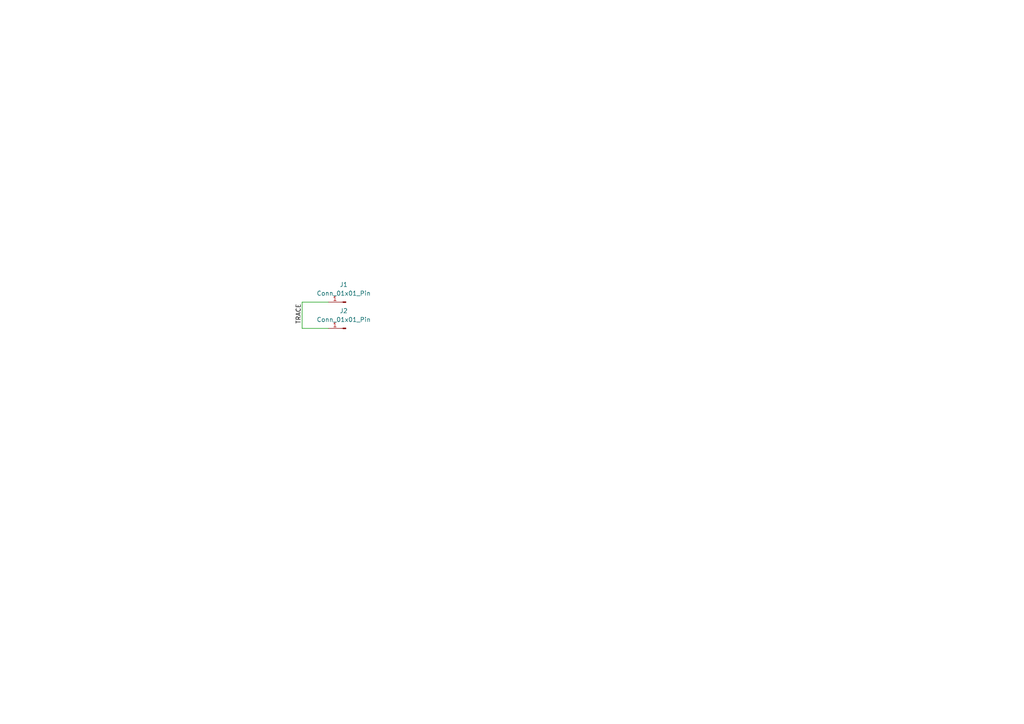
<source format=kicad_sch>
(kicad_sch (version 20250114) (generator "eeschema") (generator_version "9.0")
  (paper "A4")
  (lib_symbols
    (symbol "Connector:Conn_01x01_Pin" (pin_names (offset 1.016) (hide yes))
      (property "Reference" "J" (at 0 2.54 0))
      (property "Value" "Conn_01x01_Pin" (at 0 -2.54 0))
      (symbol "Conn_01x01_Pin_1_1"
        (rectangle (start 0.8636 0.127) (end 0 -0.127) (stroke (width 0.1524)) (fill (type outline)))
        (polyline (pts (xy 1.27 0) (xy 0.8636 0)) (stroke (width 0.1524)))
        (pin passive line (at 5.08 0 180) (length 3.81) (name "Pin_1") (number "1"))
      )
    )
  )
  (wire (pts (xy 87.63 95.25) (xy 87.63 87.63)))
  (wire (pts (xy 87.63 87.63) (xy 95.25 87.63)))
  (wire (pts (xy 95.25 95.25) (xy 87.63 95.25)))
  (label "TRACE" (at 87.63 93.98 90))
  (symbol (lib_id "Connector:Conn_01x01_Pin") (at 100.33 87.63 180) (unit 1)
    (property "Reference" "J1" (at 99.695 82.55 0))
    (property "Value" "Conn_01x01_Pin" (at 99.695 85.09 0))
    (property "Footprint" "TestPoint:TestPoint_Pad_4.0x4.0mm" (effects (hide yes)))
    (property "Description" "Generic connector, single row, 01x01, script generated" (effects (hide yes)))
  )
  (symbol (lib_id "Connector:Conn_01x01_Pin") (at 100.33 95.25 180) (unit 1)
    (property "Reference" "J2" (at 99.695 90.17 0))
    (property "Value" "Conn_01x01_Pin" (at 99.695 92.71 0))
    (property "Footprint" "TestPoint:TestPoint_Pad_4.0x4.0mm" (effects (hide yes)))
    (property "Description" "Generic connector, single row, 01x01, script generated" (effects (hide yes)))
  )
)
</source>
